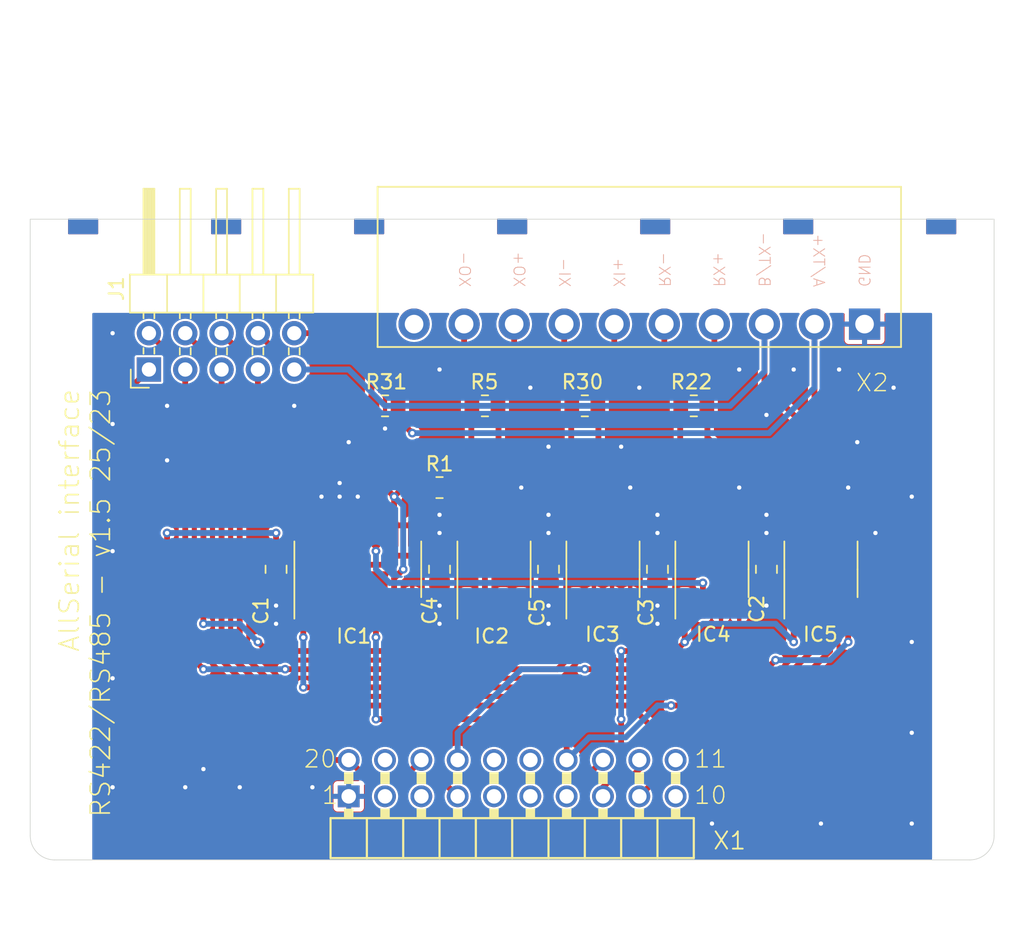
<source format=kicad_pcb>
(kicad_pcb (version 20240108) (generator "pcbnew") (generator_version "8.0")
  (layers (0 "F.Cu" signal "Top") (31 "B.Cu" signal "Bottom") (34 "B.Paste" user) (35 "F.Paste" user) (36 "B.SilkS" user "B.Silkscreen") (37 "F.SilkS" user "F.Silkscreen") (38 "B.Mask" user) (39 "F.Mask" user) (44 "Edge.Cuts" user))
  (net 0 "")
  (net 1 "GND")
  (net 2 "+5V")
  (net 3 "/TERMA")
  (net 4 "/TXD")
  (net 5 "/TERMB")
  (net 6 "/TXEN")
  (net 7 "/RXD")
  (net 8 "/RS422EN")
  (net 9 "/CTS")
  (net 10 "/CTS_DSR")
  (net 11 "/DSR")
  (net 12 "/DTR")
  (net 13 "/RTS_DTR")
  (net 14 "/RTS")
  (net 22 "Net-(IC5A-A)")
  (net 23 "Net-(IC4A-A)")
  (net 24 "Net-(IC4A-B)")
  (net 25 "Net-(IC3A-A)")
  (net 26 "Net-(IC3A-B)")
  (net 27 "Net-(IC2A-A)")
  (net 28 "Net-(IC2A-B)")
  (net 29 "Net-(IC5A-RE{slash})")
  (net 30 "Net-(IC1-Pad2)")
  (net 31 "Net-(IC4A-RE{slash})")
  (footprint "Resistor_SMD:R_0805_2012Metric" (layer "F.Cu") (at 153.5811 95.6536 180)
    (property "Reference" "R30" (at 0.1651 1.6736 0) (layer "F.SilkS"))
    (property "Value" "120")
    (pad "1" smd roundrect (at -0.9125 0 180) (size 1.025 1.4) (layers "F.Cu" "F.Paste" "F.Mask") (roundrect_rratio 0.243902) (net 25 "Net-(IC3A-A)"))
    (pad "2" smd roundrect (at 0.9125 0 180) (size 1.025 1.4) (layers "F.Cu" "F.Paste" "F.Mask") (roundrect_rratio 0.243902) (net 26 "Net-(IC3A-B)"))
  )
  (footprint "Resistor_SMD:R_0805_2012Metric" (layer "F.Cu") (at 139.6111 95.6536)
    (property "Reference" "R31" (at 0.0889 -1.6736 0) (layer "F.SilkS"))
    (property "Value" "120")
    (pad "1" smd roundrect (at -0.9125 0) (size 1.025 1.4) (layers "F.Cu" "F.Paste" "F.Mask") (roundrect_rratio 0.243902) (net 3 "/TERMA"))
    (pad "2" smd roundrect (at 0.9125 0) (size 1.025 1.4) (layers "F.Cu" "F.Paste" "F.Mask") (roundrect_rratio 0.243902) (net 22 "Net-(IC5A-A)"))
  )
  (footprint "Package_SO:SOIC-8_3.9x4.9mm_P1.27mm" (layer "F.Cu") (at 170.0911 107.0836 90)
    (property "Reference" "IC5" (at -4.5494 -0.0381 180) (layer "F.SilkS"))
    (property "Value" "MAX485CSA")
    (pad "1" smd roundrect (at -2.475 -1.905 90) (size 1.95 0.6) (layers "F.Cu" "F.Paste" "F.Mask") (net 7 "/RXD"))
    (pad "2" smd roundrect (at -2.475 -0.635 90) (size 1.95 0.6) (layers "F.Cu" "F.Paste" "F.Mask") (net 29 "Net-(IC5A-RE{slash})"))
    (pad "3" smd roundrect (at -2.475 0.635 90) (size 1.95 0.6) (layers "F.Cu" "F.Paste" "F.Mask") (net 6 "/TXEN"))
    (pad "4" smd roundrect (at -2.475 1.905 90) (size 1.95 0.6) (layers "F.Cu" "F.Paste" "F.Mask") (net 4 "/TXD"))
    (pad "5" smd roundrect (at 2.475 1.905 90) (size 1.95 0.6) (layers "F.Cu" "F.Paste" "F.Mask") (net 1 "GND"))
    (pad "6" smd roundrect (at 2.475 0.635 90) (size 1.95 0.6) (layers "F.Cu" "F.Paste" "F.Mask") (net 22 "Net-(IC5A-A)"))
    (pad "7" smd roundrect (at 2.475 -0.635 90) (size 1.95 0.6) (layers "F.Cu" "F.Paste" "F.Mask") (net 5 "/TERMB"))
    (pad "8" smd roundrect (at 2.475 -1.905 90) (size 1.95 0.6) (layers "F.Cu" "F.Paste" "F.Mask") (net 2 "+5V"))
  )
  (footprint "Resistor_SMD:R_0805_2012Metric" (layer "F.Cu") (at 161.2011 95.6536 180)
    (property "Reference" "R22" (at 0.1651 1.6736 0) (layer "F.SilkS"))
    (property "Value" "120")
    (pad "1" smd roundrect (at -0.9125 0 180) (size 1.025 1.4) (layers "F.Cu" "F.Paste" "F.Mask") (roundrect_rratio 0.243902) (net 23 "Net-(IC4A-A)"))
    (pad "2" smd roundrect (at 0.9125 0 180) (size 1.025 1.4) (layers "F.Cu" "F.Paste" "F.Mask") (roundrect_rratio 0.243902) (net 24 "Net-(IC4A-B)"))
  )
  (footprint "AllSerial:Metz_PT11310HBBN_182" (layer "F.Cu") (at 157.3911 89.9386 180)
    (property "Reference" "X2" (at -15.0749 -4.8034 0) (layer "F.SilkS") (effects (font (size 1.2065 1.2065) (thickness 0.09652)) (justify left bottom)))
    (property "Value" "AKL18X-10W")
    (pad "1" thru_hole rect (at -15.75 0 270) (size 2.1844 2.1844) (drill 1.3) (layers "*.Cu" "*.Mask") (net 1 "GND"))
    (pad "2" thru_hole circle (at -12.25 0 270) (size 2.1844 2.1844) (drill 1.3) (layers "*.Cu" "*.Mask") (net 22 "Net-(IC5A-A)"))
    (pad "3" thru_hole circle (at -8.75 0 270) (size 2.1844 2.1844) (drill 1.3) (layers "*.Cu" "*.Mask") (net 5 "/TERMB"))
    (pad "4" thru_hole circle (at -5.25 0 270) (size 2.1844 2.1844) (drill 1.3) (layers "*.Cu" "*.Mask") (net 23 "Net-(IC4A-A)"))
    (pad "5" thru_hole circle (at -1.75 0 270) (size 2.1844 2.1844) (drill 1.3) (layers "*.Cu" "*.Mask") (net 24 "Net-(IC4A-B)"))
    (pad "6" thru_hole circle (at 1.75 0 270) (size 2.1844 2.1844) (drill 1.3) (layers "*.Cu" "*.Mask") (net 25 "Net-(IC3A-A)"))
    (pad "7" thru_hole circle (at 5.25 0 270) (size 2.1844 2.1844) (drill 1.3) (layers "*.Cu" "*.Mask") (net 26 "Net-(IC3A-B)"))
    (pad "8" thru_hole circle (at 8.75 0 270) (size 2.1844 2.1844) (drill 1.3) (layers "*.Cu" "*.Mask") (net 27 "Net-(IC2A-A)"))
    (pad "9" thru_hole circle (at 12.25 0 270) (size 2.1844 2.1844) (drill 1.3) (layers "*.Cu" "*.Mask") (net 28 "Net-(IC2A-B)"))
    (pad "10" thru_hole circle (at 15.75 0 270) (size 2.1844 2.1844) (drill 1.3) (layers "*.Cu" "*.Mask"))
  )
  (footprint "Package_SO:SOIC-14_3.9x8.7mm_P1.27mm" (layer "F.Cu") (at 137.7061 107.0836 90)
    (property "Reference" "IC1" (at -4.6764 -0.2921 180) (layer "F.SilkS"))
    (property "Value" "7402D")
    (pad "1" smd roundrect (at -2.475 -3.81 90) (size 1.95 0.6) (layers "F.Cu" "F.Paste" "F.Mask") (net 29 "Net-(IC5A-RE{slash})"))
    (pad "2" smd roundrect (at -2.475 -2.54 90) (size 1.95 0.6) (layers "F.Cu" "F.Paste" "F.Mask") (net 30 "Net-(IC1-Pad2)"))
    (pad "3" smd roundrect (at -2.475 -1.27 90) (size 1.95 0.6) (layers "F.Cu" "F.Paste" "F.Mask") (net 30 "Net-(IC1-Pad2)"))
    (pad "4" smd roundrect (at -2.475 0 90) (size 1.95 0.6) (layers "F.Cu" "F.Paste" "F.Mask") (net 30 "Net-(IC1-Pad2)"))
    (pad "5" smd roundrect (at -2.475 1.27 90) (size 1.95 0.6) (layers "F.Cu" "F.Paste" "F.Mask") (net 6 "/TXEN"))
    (pad "6" smd roundrect (at -2.475 2.54 90) (size 1.95 0.6) (layers "F.Cu" "F.Paste" "F.Mask") (net 8 "/RS422EN"))
    (pad "7" smd roundrect (at -2.475 3.81 90) (size 1.95 0.6) (layers "F.Cu" "F.Paste" "F.Mask") (net 1 "GND"))
    (pad "8" smd roundrect (at 2.475 3.81 90) (size 1.95 0.6) (layers "F.Cu" "F.Paste" "F.Mask") (net 8 "/RS422EN"))
    (pad "9" smd roundrect (at 2.475 2.54 90) (size 1.95 0.6) (layers "F.Cu" "F.Paste" "F.Mask") (net 8 "/RS422EN"))
    (pad "10" smd roundrect (at 2.475 1.27 90) (size 1.95 0.6) (layers "F.Cu" "F.Paste" "F.Mask") (net 31 "Net-(IC4A-RE{slash})"))
    (pad "11" smd roundrect (at 2.475 0 90) (size 1.95 0.6) (layers "F.Cu" "F.Paste" "F.Mask") (net 1 "GND"))
    (pad "12" smd roundrect (at 2.475 -1.27 90) (size 1.95 0.6) (layers "F.Cu" "F.Paste" "F.Mask") (net 1 "GND"))
    (pad "13" smd roundrect (at 2.475 -2.54 90) (size 1.95 0.6) (layers "F.Cu" "F.Paste" "F.Mask"))
    (pad "14" smd roundrect (at 2.475 -3.81 90) (size 1.95 0.6) (layers "F.Cu" "F.Paste" "F.Mask") (net 2 "+5V"))
  )
  (footprint "Resistor_SMD:R_0805_2012Metric" (layer "F.Cu") (at 146.5961 95.6536 180)
    (property "Reference" "R5" (at 0.0381 1.6736 0) (layer "F.SilkS"))
    (property "Value" "120")
    (pad "1" smd roundrect (at -0.9125 0 180) (size 1.025 1.4) (layers "F.Cu" "F.Paste" "F.Mask") (roundrect_rratio 0.243902) (net 27 "Net-(IC2A-A)"))
    (pad "2" smd roundrect (at 0.9125 0 180) (size 1.025 1.4) (layers "F.Cu" "F.Paste" "F.Mask") (roundrect_rratio 0.243902) (net 28 "Net-(IC2A-B)"))
  )
  (footprint "Package_SO:SOIC-8_3.9x4.9mm_P1.27mm" (layer "F.Cu") (at 162.4711 107.0836 90)
    (property "Reference" "IC4" (at -4.5494 0.0889 180) (layer "F.SilkS"))
    (property "Value" "MAX485CSA")
    (pad "1" smd roundrect (at -2.475 -1.905 90) (size 1.95 0.6) (layers "F.Cu" "F.Paste" "F.Mask") (net 7 "/RXD"))
    (pad "2" smd roundrect (at -2.475 -0.635 90) (size 1.95 0.6) (layers "F.Cu" "F.Paste" "F.Mask") (net 31 "Net-(IC4A-RE{slash})"))
    (pad "3" smd roundrect (at -2.475 0.635 90) (size 1.95 0.6) (layers "F.Cu" "F.Paste" "F.Mask") (net 1 "GND"))
    (pad "4" smd roundrect (at -2.475 1.905 90) (size 1.95 0.6) (layers "F.Cu" "F.Paste" "F.Mask") (net 1 "GND"))
    (pad "5" smd roundrect (at 2.475 1.905 90) (size 1.95 0.6) (layers "F.Cu" "F.Paste" "F.Mask") (net 1 "GND"))
    (pad "6" smd roundrect (at 2.475 0.635 90) (size 1.95 0.6) (layers "F.Cu" "F.Paste" "F.Mask") (net 23 "Net-(IC4A-A)"))
    (pad "7" smd roundrect (at 2.475 -0.635 90) (size 1.95 0.6) (layers "F.Cu" "F.Paste" "F.Mask") (net 24 "Net-(IC4A-B)"))
    (pad "8" smd roundrect (at 2.475 -1.905 90) (size 1.95 0.6) (layers "F.Cu" "F.Paste" "F.Mask") (net 2 "+5V"))
  )
  (footprint "Connector_PinHeader_2.54mm:PinHeader_2x05_P2.54mm_Horizontal" (layer "F.Cu") (at 123.1011 93.1136 90)
    (property "Reference" "J1" (at 5.655 -2.27 90) (layer "F.SilkS"))
    (property "Value" "PinHeader_2x05_P2.54mm_Horizontal")
    (pad "1" thru_hole rect (at 0 0 90) (size 1.7 1.7) (drill 1) (layers "*.Cu" "*.Mask") (net 11 "/DSR"))
    (pad "2" thru_hole oval (at 2.54 0 90) (size 1.7 1.7) (drill 1) (layers "*.Cu" "*.Mask") (net 12 "/DTR"))
    (pad "3" thru_hole oval (at 0 2.54 90) (size 1.7 1.7) (drill 1) (layers "*.Cu" "*.Mask") (net 10 "/CTS_DSR"))
    (pad "4" thru_hole oval (at 2.54 2.54 90) (size 1.7 1.7) (drill 1) (layers "*.Cu" "*.Mask") (net 13 "/RTS_DTR"))
    (pad "5" thru_hole oval (at 0 5.08 90) (size 1.7 1.7) (drill 1) (layers "*.Cu" "*.Mask") (net 9 "/CTS"))
    (pad "6" thru_hole oval (at 2.54 5.08 90) (size 1.7 1.7) (drill 1) (layers "*.Cu" "*.Mask") (net 14 "/RTS"))
    (pad "7" thru_hole oval (at 0 7.62 90) (size 1.7 1.7) (drill 1) (layers "*.Cu" "*.Mask") (net 2 "+5V"))
    (pad "8" thru_hole oval (at 2.54 7.62 90) (size 1.7 1.7) (drill 1) (layers "*.Cu" "*.Mask") (net 8 "/RS422EN"))
    (pad "9" thru_hole oval (at 0 10.16 90) (size 1.7 1.7) (drill 1) (layers "*.Cu" "*.Mask") (net 5 "/TERMB"))
    (pad "10" thru_hole oval (at 2.54 10.16 90) (size 1.7 1.7) (drill 1) (layers "*.Cu" "*.Mask") (net 3 "/TERMA"))
  )
  (footprint "Capacitor_SMD:C_0805_2012Metric" (layer "F.Cu") (at 166.2811 107.0836 -90)
    (property "Reference" "C2" (at 2.7714 0.6731 90) (layer "F.SilkS"))
    (property "Value" "100n")
    (pad "1" smd roundrect (at -0.95 0 270) (size 1 1.45) (layers "F.Cu" "F.Paste" "F.Mask") (net 2 "+5V"))
    (pad "2" smd roundrect (at 0.95 0 270) (size 1 1.45) (layers "F.Cu" "F.Paste" "F.Mask") (net 1 "GND"))
  )
  (footprint "Capacitor_SMD:C_0805_2012Metric" (layer "F.Cu") (at 158.6611 107.0836 -90)
    (property "Reference" "C3" (at 3.0254 0.8001 90) (layer "F.SilkS"))
    (property "Value" "100n")
    (pad "1" smd roundrect (at -0.95 0 270) (size 1 1.45) (layers "F.Cu" "F.Paste" "F.Mask") (net 2 "+5V"))
    (pad "2" smd roundrect (at 0.95 0 270) (size 1 1.45) (layers "F.Cu" "F.Paste" "F.Mask") (net 1 "GND"))
  )
  (footprint "Capacitor_SMD:C_0805_2012Metric" (layer "F.Cu") (at 143.4211 107.0836 -90)
    (property "Reference" "C4" (at 2.8984 0.6731 90) (layer "F.SilkS"))
    (property "Value" "100n")
    (pad "1" smd roundrect (at -0.95 0 270) (size 1 1.45) (layers "F.Cu" "F.Paste" "F.Mask") (net 2 "+5V"))
    (pad "2" smd roundrect (at 0.95 0 270) (size 1 1.45) (layers "F.Cu" "F.Paste" "F.Mask") (net 1 "GND"))
  )
  (footprint "Resistor_SMD:R_0805_2012Metric" (layer "F.Cu") (at 143.4211 101.3686)
    (property "Reference" "R1" (at 0 -1.65 0) (layer "F.SilkS"))
    (property "Value" "4k7")
    (pad "1" smd roundrect (at -0.9125 0) (size 1.025 1.4) (layers "F.Cu" "F.Paste" "F.Mask") (roundrect_rratio 0.243902) (net 8 "/RS422EN"))
    (pad "2" smd roundrect (at 0.9125 0) (size 1.025 1.4) (layers "F.Cu" "F.Paste" "F.Mask") (roundrect_rratio 0.243902) (net 1 "GND"))
  )
  (footprint "AllSerial:SlaveBoard" (layer "F.Cu") (at 148.5011 127.4036)
    (property "Reference" "X1" (at 13.97 -0.635 0) (layer "F.SilkS") (effects (font (size 1.2065 1.2065) (thickness 0.127)) (justify left bottom)))
    (property "Value" "ALLSERIALSLAVE" (hide yes))
    (fp_rect (start -31 -44.8) (end -29 -43.8) (stroke (width 0.1)) (fill solid) (layer "F.Cu"))
    (fp_rect (start -21 -44.8) (end -19 -43.8) (stroke (width 0.1)) (fill solid) (layer "F.Cu"))
    (fp_rect (start -11 -44.8) (end -9 -43.8) (stroke (width 0.1)) (fill solid) (layer "F.Cu"))
    (fp_rect (start -1 -44.8) (end 1 -43.8) (stroke (width 0.1)) (fill solid) (layer "F.Cu"))
    (fp_rect (start 9 -44.8) (end 11 -43.8) (stroke (width 0.1)) (fill solid) (layer "F.Cu"))
    (fp_rect (start 19 -44.8) (end 21 -43.8) (stroke (width 0.1)) (fill solid) (layer "F.Cu"))
    (fp_rect (start 29 -44.8) (end 31 -43.8) (stroke (width 0.1)) (fill solid) (layer "F.Cu"))
    (fp_rect (start -31 -44.8) (end -29 -43.8) (stroke (width 0.1)) (fill solid) (layer "B.Cu"))
    (fp_rect (start -21 -44.8) (end -19 -43.8) (stroke (width 0.1)) (fill solid) (layer "B.Cu"))
    (fp_rect (start -11 -44.8) (end -9 -43.8) (stroke (width 0.1)) (fill solid) (layer "B.Cu"))
    (fp_rect (start -1 -44.8) (end 1 -43.8) (stroke (width 0.1)) (fill solid) (layer "B.Cu"))
    (fp_rect (start 9 -44.8) (end 11 -43.8) (stroke (width 0.1)) (fill solid) (layer "B.Cu"))
    (fp_rect (start 19 -44.8) (end 21 -43.8) (stroke (width 0.1)) (fill solid) (layer "B.Cu"))
    (fp_rect (start 29 -44.8) (end 31 -43.8) (stroke (width 0.1)) (fill solid) (layer "B.Cu"))
    (fp_line (start -33.7 -44.8) (end 33.7 -44.8) (stroke (width 0.05)) (layer "Edge.Cuts"))
    (fp_line (start -33.7 -1.7) (end -33.7 -44.8) (stroke (width 0.05)) (layer "Edge.Cuts"))
    (fp_line (start 32 0) (end -32 0) (stroke (width 0.05)) (layer "Edge.Cuts"))
    (fp_line (start 33.7 -44.8) (end 33.7 -1.7) (stroke (width 0.05)) (layer "Edge.Cuts"))
    (fp_arc (start -32 0) (mid -33.202082 -0.497918) (end -33.7 -1.7) (stroke (width 0.05)) (layer "Edge.Cuts"))
    (fp_arc (start 33.7 -1.7) (mid 33.202082 -0.497918) (end 32 0) (stroke (width 0.05)) (layer "Edge.Cuts"))
    (fp_text user "1" (at -13.38 -3.81 0) (layer "F.SilkS") (effects (font (size 1.2065 1.2065) (thickness 0.1016)) (justify left bottom)))
    (fp_text user "10" (at 12.655 -3.81 0) (layer "F.SilkS") (effects (font (size 1.2065 1.2065) (thickness 0.1016)) (justify left bottom)))
    (fp_text user "11" (at 12.655 -6.35 0) (layer "F.SilkS") (effects (font (size 1.2065 1.2065) (thickness 0.1016)) (justify left bottom)))
    (fp_text user "20" (at -14.65 -6.35 0) (layer "F.SilkS") (effects (font (size 1.2065 1.2065) (thickness 0.1016)) (justify left bottom)))
    (pad "1" thru_hole rect (at -11.43 -4.445 180) (size 1.524 1.524) (drill 1.016) (layers "*.Cu" "*.Mask") (net 1 "GND"))
    (pad "2" thru_hole circle (at -8.89 -4.445 180) (size 1.524 1.524) (drill 1.016) (layers "*.Cu" "*.Mask"))
    (pad "3" thru_hole circle (at -6.35 -4.445 180) (size 1.524 1.524) (drill 1.016) (layers "*.Cu" "*.Mask"))
    (pad "4" thru_hole circle (at -3.81 -4.445 180) (size 1.524 1.524) (drill 1.016) (layers "*.Cu" "*.Mask") (net 9 "/CTS"))
    (pad "5" thru_hole circle (at -1.27 -4.445 180) (size 1.524 1.524) (drill 1.016) (layers "*.Cu" "*.Mask"))
    (pad "6" thru_hole circle (at 1.27 -4.445 180) (size 1.524 1.524) (drill 1.016) (layers "*.Cu" "*.Mask"))
    (pad "7" thru_hole circle (at 3.81 -4.445 180) (size 1.524 1.524) (drill 1.016) (layers "*.Cu" "*.Mask"))
    (pad "8" thru_hole circle (at 6.35 -4.445 180) (size 1.524 1.524) (drill 1.016) (layers "*.Cu" "*.Mask") (net 7 "/RXD"))
    (pad "9" thru_hole circle (at 8.89 -4.445 180) (size 1.524 1.524) (drill 1.016) (layers "*.Cu" "*.Mask") (net 14 "/RTS"))
    (pad "10" thru_hole circle (at 11.43 -4.445 180) (size 1.524 1.524) (drill 1.016) (layers "*.Cu" "*.Mask"))
    (pad "11" thru_hole circle (at 11.43 -6.985 180) (size 1.524 1.524) (drill 1.016) (layers "*.Cu" "*.Mask"))
    (pad "12" thru_hole circle (at 8.89 -6.985 180) (size 1.524 1.524) (drill 1.016) (layers "*.Cu" "*.Mask") (net 11 "/DSR"))
    (pad "13" thru_hole circle (at 6.35 -6.985 180) (size 1.524 1.524) (drill 1.016) (layers "*.Cu" "*.Mask") (net 12 "/DTR"))
    (pad "14" thru_hole circle (at 3.81 -6.985 180) (size 1.524 1.524) (drill 1.016) (layers "*.Cu" "*.Mask") (net 6 "/TXEN"))
    (pad "15" thru_hole circle (at 1.27 -6.985 180) (size 1.524 1.524) (drill 1.016) (layers "*.Cu" "*.Mask"))
    (pad "16" thru_hole circle (at -1.27 -6.985 180) (size 1.524 1.524) (drill 1.016) (layers "*.Cu" "*.Mask"))
    (pad "17" thru_hole circle (at -3.81 -6.985 180) (size 1.524 1.524) (drill 1.016) (layers "*.Cu" "*.Mask") (net 4 "/TXD"))
    (pad "18" thru_hole circle (at -6.35 -6.985 180) (size 1.524 1.524) (drill 1.016) (layers "*.Cu" "*.Mask") (net 2 "+5V"))
    (pad "19" thru_hole circle (at -8.89 -6.985 180) (size 1.524 1.524) (drill 1.016) (layers "*.Cu" "*.Mask"))
    (pad "20" thru_hole circle (at -11.43 -6.985 180) (size 1.524 1.524) (drill 1.016) (layers "*.Cu" "*.Mask") (net 2 "+5V"))
  )
  (footprint "Package_SO:SOIC-8_3.9x4.9mm_P1.27mm" (layer "F.Cu") (at 154.8511 107.0836 90)
    (property "Reference" "IC3" (at -4.5494 -0.0381 180) (layer "F.SilkS"))
    (property "Value" "MAX485CSA")
    (pad "1" smd roundrect (at -2.475 -1.905 90) (size 1.95 0.6) (layers "F.Cu" "F.Paste" "F.Mask") (net 10 "/CTS_DSR"))
    (pad "2" smd roundrect (at -2.475 -0.635 90) (size 1.95 0.6) (layers "F.Cu" "F.Paste" "F.Mask") (net 1 "GND"))
    (pad "3" smd roundrect (at -2.475 0.635 90) (size 1.95 0.6) (layers "F.Cu" "F.Paste" "F.Mask") (net 1 "GND"))
    (pad "4" smd roundrect (at -2.475 1.905 90) (size 1.95 0.6) (layers "F.Cu" "F.Paste" "F.Mask") (net 1 "GND"))
    (pad "5" smd roundrect (at 2.475 1.905 90) (size 1.95 0.6) (layers "F.Cu" "F.Paste" "F.Mask") (net 1 "GND"))
    (pad "6" smd roundrect (at 2.475 0.635 90) (size 1.95 0.6) (layers "F.Cu" "F.Paste" "F.Mask") (net 25 "Net-(IC3A-A)"))
    (pad "7" smd roundrect (at 2.475 -0.635 90) (size 1.95 0.6) (layers "F.Cu" "F.Paste" "F.Mask") (net 26 "Net-(IC3A-B)"))
    (pad "8" smd roundrect (at 2.475 -1.905 90) (size 1.95 0.6) (layers "F.Cu" "F.Paste" "F.Mask") (net 2 "+5V"))
  )
  (footprint "Package_SO:SOIC-8_3.9x4.9mm_P1.27mm" (layer "F.Cu") (at 147.2311 107.0836 90)
    (property "Reference" "IC2" (at -4.6764 -0.1651 180) (layer "F.SilkS"))
    (property "Value" "MAX485CSA")
    (pad "1" smd roundrect (at -2.475 -1.905 90) (size 1.95 0.6) (layers "F.Cu" "F.Paste" "F.Mask"))
    (pad "2" smd roundrect (at -2.475 -0.635 90) (size 1.95 0.6) (layers "F.Cu" "F.Paste" "F.Mask") (net 2 "+5V"))
    (pad "3" smd roundrect (at -2.475 0.635 90) (size 1.95 0.6) (layers "F.Cu" "F.Paste" "F.Mask") (net 2 "+5V"))
    (pad "4" smd roundrect (at -2.475 1.905 90) (size 1.95 0.6) (layers "F.Cu" "F.Paste" "F.Mask") (net 13 "/RTS_DTR"))
    (pad "5" smd roundrect (at 2.475 1.905 90) (size 1.95 0.6) (layers "F.Cu" "F.Paste" "F.Mask") (net 1 "GND"))
    (pad "6" smd roundrect (at 2.475 0.635 90) (size 1.95 0.6) (layers "F.Cu" "F.Paste" "F.Mask") (net 27 "Net-(IC2A-A)"))
    (pad "7" smd roundrect (at 2.475 -0.635 90) (size 1.95 0.6) (layers "F.Cu" "F.Paste" "F.Mask") (net 28 "Net-(IC2A-B)"))
    (pad "8" smd roundrect (at 2.475 -1.905 90) (size 1.95 0.6) (layers "F.Cu" "F.Paste" "F.Mask") (net 2 "+5V"))
  )
  (footprint "Capacitor_SMD:C_0805_2012Metric" (layer "F.Cu") (at 151.0411 107.0836 -90)
    (property "Reference" "C5" (at 3.0254 0.8001 90) (layer "F.SilkS"))
    (property "Value" "100n")
    (pad "1" smd roundrect (at -0.95 0 270) (size 1 1.45) (layers "F.Cu" "F.Paste" "F.Mask") (net 2 "+5V"))
    (pad "2" smd roundrect (at 0.95 0 270) (size 1 1.45) (layers "F.Cu" "F.Paste" "F.Mask") (net 1 "GND"))
  )
  (footprint "Capacitor_SMD:C_0805_2012Metric" (layer "F.Cu") (at 131.9911 107.0836 -90)
    (property "Reference" "C1" (at 2.8984 1.0541 90) (layer "F.SilkS"))
    (property "Value" "100n")
    (pad "1" smd roundrect (at -0.95 0 270) (size 1 1.45) (layers "F.Cu" "F.Paste" "F.Mask") (net 2 "+5V"))
    (pad "2" smd roundrect (at 0.95 0 270) (size 1 1.45) (layers "F.Cu" "F.Paste" "F.Mask") (net 1 "GND"))
  )
  (gr_text "RX-" (at 159.1411 87.3986 -90) (layer "B.SilkS") (effects (font (size 0.77216 0.77216) (thickness 0.065024)) (justify left mirror)))
  (gr_text "XI-" (at 152.1561 87.3986 -90) (layer "B.SilkS") (effects (font (size 0.77216 0.77216) (thickness 0.065024)) (justify left mirror)))
  (gr_text "A/TX+" (at 169.9361 87.3986 -90) (layer "B.SilkS") (effects (font (size 0.77216 0.77216) (thickness 0.065024)) (justify left mirror)))
  (gr_text "XO+" (at 148.9811 87.3986 -90) (layer "B.SilkS") (effects (font (size 0.77216 0.77216) (thickness 0.065024)) (justify left mirror)))
  (gr_text "B/TX-" (at 166.1261 87.3986 -90) (layer "B.SilkS") (effects (font (size 0.77216 0.77216) (thickness 0.065024)) (justify left mirror)))
  (gr_text "RX+" (at 162.9511 87.3986 -90) (layer "B.SilkS") (effects (font (size 0.77216 0.77216) (thickness 0.065024)) (justify left mirror)))
  (gr_text "XO-" (at 145.1711 87.3986 -90) (layer "B.SilkS") (effects (font (size 0.77216 0.77216) (thickness 0.065024)) (justify left mirror)))
  (gr_text "GND" (at 173.1111 87.3986 -90) (layer "B.SilkS") (effects (font (size 0.77216 0.77216) (thickness 0.065024)) (justify left mirror)))
  (gr_text "XI+" (at 155.9661 87.3986 -90) (layer "B.SilkS") (effects (font (size 0.77216 0.77216) (thickness 0.065024)) (justify left mirror)))
  (gr_text "AllSerial interface\nRS422/RS485 - v1.5 25/23" (at 116.7511 94.3836 90) (layer "F.SilkS") (effects (font (size 1.35128 1.35128) (thickness 0.113792)) (justify right top)))
  (via (at 126.9111 121.0536) (size 0.6048) (drill 0.3) (layers "F.Cu" "B.Cu") (net 1))
  (via (at 120.5611 90.5736) (size 0.6048) (drill 0.3) (layers "F.Cu" "B.Cu") (net 1))
  (via (at 139.6111 97.2411) (size 0.6048) (drill 0.3) (layers "F.Cu" "B.Cu") (net 1))
  (via (at 149.7711 94.3836) (size 0.6048) (drill 0.3) (layers "F.Cu" "B.Cu") (net 1))
  (via (at 151.0411 98.5111) (size 0.6048) (drill 0.3) (layers "F.Cu" "B.Cu") (net 1))
  (via (at 134.5311 122.3236) (size 0.6048) (drill 0.3) (layers "F.Cu" "B.Cu") (net 1))
  (via (at 133.2611 95.6536) (size 0.6048) (drill 0.3) (layers "F.Cu" "B.Cu") (net 1))
  (via (at 137.0711 98.1936) (size 0.6048) (drill 0.3) (layers "F.Cu" "B.Cu") (net 1))
  (via (at 157.3911 94.3836) (size 0.6048) (drill 0.3) (layers "F.Cu" "B.Cu") (net 1))
  (via (at 124.3711 99.4636) (size 0.6048) (drill 0.3) (layers "F.Cu" "B.Cu") (net 1))
  (via (at 120.5611 96.9236) (size 0.6048) (drill 0.3) (layers "F.Cu" "B.Cu") (net 1))
  (via (at 156.1211 98.5111) (size 0.6048) (drill 0.3) (layers "F.Cu" "B.Cu") (net 1))
  (via (at 164.3761 93.1136) (size 0.6048) (drill 0.3) (layers "F.Cu" "B.Cu") (net 1))
  (via (at 166.2811 96.2886) (size 0.6048) (drill 0.3) (layers "F.Cu" "B.Cu") (net 1))
  (via (at 168.1861 93.1136) (size 0.6048) (drill 0.3) (layers "F.Cu" "B.Cu") (net 1))
  (via (at 120.5611 114.7036) (size 0.6048) (drill 0.3) (layers "F.Cu" "B.Cu") (net 1))
  (via (at 171.3611 93.1136) (size 0.6048) (drill 0.3) (layers "F.Cu" "B.Cu") (net 1))
  (via (at 175.1711 94.3836) (size 0.6048) (drill 0.3) (layers "F.Cu" "B.Cu") (net 1))
  (via (at 172.6311 98.1936) (size 0.6048) (drill 0.3) (layers "F.Cu" "B.Cu") (net 1))
  (via (at 176.4411 102.0036) (size 0.6048) (drill 0.3) (layers "F.Cu" "B.Cu") (net 1))
  (via (at 176.4411 112.1636) (size 0.6048) (drill 0.3) (layers "F.Cu" "B.Cu") (net 1))
  (via (at 125.6411 122.3236) (size 0.6048) (drill 0.3) (layers "F.Cu" "B.Cu") (net 1))
  (via (at 143.4211 93.1136) (size 0.6048) (drill 0.3) (layers "F.Cu" "B.Cu") (net 1))
  (via (at 129.4511 122.3236) (size 0.6048) (drill 0.3) (layers "F.Cu" "B.Cu") (net 1))
  (via (at 120.5611 122.3236) (size 0.6048) (drill 0.3) (layers "F.Cu" "B.Cu") (net 1))
  (via (at 120.5611 105.8136) (size 0.6048) (drill 0.3) (layers "F.Cu" "B.Cu") (net 1))
  (via (at 124.3711 95.6536) (size 0.6048) (drill 0.3) (layers "F.Cu" "B.Cu") (net 1))
  (via (at 158.6611 109.6236) (size 0.6048) (drill 0.3) (layers "F.Cu" "B.Cu") (net 1))
  (via (at 149.1361 101.3686) (size 0.6048) (drill 0.3) (layers "F.Cu" "B.Cu") (net 1))
  (via (at 158.6611 104.5436) (size 0.6048) (drill 0.3) (layers "F.Cu" "B.Cu") (net 1))
  (via (at 171.9961 101.3686) (size 0.6048) (drill 0.3) (layers "F.Cu" "B.Cu") (net 1))
  (via (at 162.4711 124.8636) (size 0.6048) (drill 0.3) (layers "F.Cu" "B.Cu") (net 1))
  (via (at 143.4211 104.5436) (size 0.6048) (drill 0.3) (layers "F.Cu" "B.Cu") (net 1))
  (via (at 151.0411 104.5436) (size 0.6048) (drill 0.3) (layers "F.Cu" "B.Cu") (net 1))
  (via (at 151.0411 103.2736) (size 0.6048) (drill 0.3) (layers "F.Cu" "B.Cu") (net 1))
  (via (at 151.0411 110.8936) (size 0.6048) (drill 0.3) (layers "F.Cu" "B.Cu") (net 1))
  (via (at 173.9011 104.5436) (size 0.6048) (drill 0.3) (layers "F.Cu" "B.Cu") (net 1))
  (via (at 170.0911 124.8636) (size 0.6048) (drill 0.3) (layers "F.Cu" "B.Cu") (net 1))
  (via (at 158.6611 110.8936) (size 0.6048) (drill 0.3) (layers "F.Cu" "B.Cu") (net 1))
  (via (at 143.4211 103.2736) (size 0.6048) (drill 0.3) (layers "F.Cu" "B.Cu") (net 1))
  (via (at 158.6611 103.2736) (size 0.6048) (drill 0.3) (layers "F.Cu" "B.Cu") (net 1))
  (via (at 136.4361 102.0036) (size 0.6048) (drill 0.3) (layers "F.Cu" "B.Cu") (net 1))
  (via (at 131.9911 110.8936) (size 0.6048) (drill 0.3) (layers "F.Cu" "B.Cu") (net 1))
  (via (at 143.4211 109.6236) (size 0.6048) (drill 0.3) (layers "F.Cu" "B.Cu") (net 1))
  (via (at 166.2811 104.5436) (size 0.6048) (drill 0.3) (layers "F.Cu" "B.Cu") (net 1))
  (via (at 166.2811 103.2736) (size 0.6048) (drill 0.3) (layers "F.Cu" "B.Cu") (net 1))
  (via (at 164.3761 101.3686) (size 0.6048) (drill 0.3) (layers "F.Cu" "B.Cu") (net 1))
  (via (at 136.4361 101.0511) (size 0.6048) (drill 0.3) (layers "F.Cu" "B.Cu") (net 1))
  (via (at 143.4211 110.8936) (size 0.6048) (drill 0.3) (layers "F.Cu" "B.Cu") (net 1))
  (via (at 176.4411 118.5136) (size 0.6048) (drill 0.3) (layers "F.Cu" "B.Cu") (net 1))
  (via (at 135.1661 102.0036) (size 0.6048) (drill 0.3) (layers "F.Cu" "B.Cu") (net 1))
  (via (at 131.9911 109.6236) (size 0.6048) (drill 0.3) (layers "F.Cu" "B.Cu") (net 1))
  (via (at 151.0411 109.6236) (size 0.6048) (drill 0.3) (layers "F.Cu" "B.Cu") (net 1))
  (via (at 166.2811 109.6236) (size 0.6048) (drill 0.3) (layers "F.Cu" "B.Cu") (net 1))
  (via (at 156.7561 101.3686) (size 0.6048) (drill 0.3) (layers "F.Cu" "B.Cu") (net 1))
  (via (at 176.4411 124.8636) (size 0.6048) (drill 0.3) (layers "F.Cu" "B.Cu") (net 1))
  (via (at 137.7061 102.0036) (size 0.6048) (drill 0.3) (layers "F.Cu" "B.Cu") (net 1))
  (segment (start 158.6636 106.1311) (end 158.6611 106.1336) (width 0.4064) (layer "F.Cu") (net 2))
  (segment (start 166.2836 106.1311) (end 166.2811 106.1336) (width 0.4064) (layer "F.Cu") (net 2))
  (segment (start 133.8961 104.0102) (end 133.8961 102.6386) (width 0.4064) (layer "F.Cu") (net 2))
  (segment (start 137.0711 120.4186) (end 131.3561 120.4186) (width 0.4064) (layer "F.Cu") (net 2))
  (segment (start 159.9311 106.1311) (end 158.6636 106.1311) (width 0.4064) (layer "F.Cu") (net 2))
  (segment (start 146.5961 110.157) (end 147.8661 110.157) (width 0.4064) (layer "F.Cu") (net 2))
  (segment (start 133.8961 102.6386) (end 130.7211 99.4636) (width 0.4064) (layer "F.Cu") (net 2))
  (segment (start 166.2811 106.1336) (end 161.2036 106.1336) (width 0.4064) (layer "F.Cu") (net 2))
  (segment (start 131.9911 104.5436) (end 131.9911 106.1336) (width 0.4064) (layer "F.Cu") (net 2))
  (segment (start 168.1861 104.0102) (end 168.1861 105.4961) (width 0.4064) (layer "F.Cu") (net 2))
  (segment (start 167.5511 106.1311) (end 166.2836 106.1311) (width 0.4064) (layer "F.Cu") (net 2))
  (segment (start 124.3711 104.5436) (end 124.3711 113.4336) (width 0.4064) (layer "F.Cu") (net 2))
  (segment (start 131.9936 106.1311) (end 131.9911 106.1336) (width 0.4064) (layer "F.Cu") (net 2))
  (segment (start 161.2036 106.1336) (end 160.5661 105.4961) (width 0.4064) (layer "F.Cu") (net 2))
  (segment (start 133.2611 106.1311) (end 131.9936 106.1311) (width 0.4064) (layer "F.Cu") (net 2))
  (segment (start 146.5961 106.7661) (end 145.9636 106.1336) (width 0.4064) (layer "F.Cu") (net 2))
  (segment (start 151.0411 106.1336) (end 152.3086 106.1336) (width 0.4064) (layer "F.Cu") (net 2))
  (segment (start 124.3711 113.4336) (end 131.3561 120.4186) (width 0.4064) (layer "F.Cu") (net 2))
  (segment (start 168.1861 105.4961) (end 167.5511 106.1311) (width 0.4064) (layer "F.Cu") (net 2))
  (segment (start 146.5961 110.157) (end 146.5961 106.7661) (width 0.4064) (layer "F.Cu") (net 2))
  (segment (start 140.8811 121.6886) (end 138.3411 121.6886) (width 0.4064) (layer "F.Cu") (net 2))
  (segment (start 138.3411 121.6886) (end 137.0711 120.4186) (width 0.4064) (layer "F.Cu") (net 2))
  (segment (start 142.1511 120.4186) (end 140.8811 121.6886) (width 0.4064) (layer "F.Cu") (net 2))
  (segment (start 130.7211 93.1136) (end 130.7211 99.4636) (width 0.4064) (layer "F.Cu") (net 2))
  (segment (start 145.3261 105.4961) (end 145.3261 104.0102) (width 0.4064) (layer "F.Cu") (net 2))
  (segment (start 152.9461 104.0102) (end 152.9461 105.4961) (width 0.4064) (layer "F.Cu") (net 2))
  (segment (start 152.9461 105.4961) (end 152.3086 106.1336) (width 0.4064) (layer "F.Cu") (net 2))
  (segment (start 144.6886 106.1336) (end 145.3261 105.4961) (width 0.4064) (layer "F.Cu") (net 2))
  (segment (start 133.8961 104.0102) (end 133.8961 105.4961) (width 0.4064) (layer "F.Cu") (net 2))
  (segment (start 133.8961 105.4961) (end 133.2611 106.1311) (width 0.4064) (layer "F.Cu") (net 2))
  (segment (start 143.4211 106.1336) (end 144.6886 106.1336) (width 0.4064) (layer "F.Cu") (net 2))
  (segment (start 138.3411 106.7661) (end 137.7061 106.1311) (width 0.4064) (layer "F.Cu") (net 2))
  (segment (start 134.5311 106.1311) (end 133.8961 105.4961) (width 0.4064) (layer "F.Cu") (net 2))
  (segment (start 151.0411 106.1336) (end 145.9636 106.1336) (width 0.4064) (layer "F.Cu") (net 2))
  (segment (start 145.9636 106.1336) (end 145.3261 105.4961) (width 0.4064) (layer "F.Cu") (net 2))
  (segment (start 158.6611 106.1336) (end 153.5836 106.1336) (width 0.4064) (layer "F.Cu") (net 2))
  (segment (start 160.5661 105.4961) (end 159.9311 106.1311) (width 0.4064) (layer "F.Cu") (net 2))
  (segment (start 160.5661 104.0102) (end 160.5661 105.4961) (width 0.4064) (layer "F.Cu") (net 2))
  (segment (start 143.4211 106.1336) (end 140.2436 106.1336) (width 0.4064) (layer "F.Cu") (net 2))
  (segment (start 153.5836 106.1336) (end 152.9461 105.4961) (width 0.4064) (layer "F.Cu") (net 2))
  (segment (start 140.2436 106.1336) (end 139.6111 106.7661) (width 0.4064) (layer "F.Cu") (net 2))
  (segment (start 137.7061 106.1311) (end 134.5311 106.1311) (width 0.4064) (layer "F.Cu") (net 2))
  (segment (start 139.6111 106.7661) (end 138.3411 106.7661) (width 0.4064) (layer "F.Cu") (net 2))
  (via (at 131.9911 104.5436) (size 0.6048) (drill 0.3) (layers "F.Cu" "B.Cu") (net 2))
  (via (at 124.3711 104.5436) (size 0.6048) (drill 0.3) (layers "F.Cu" "B.Cu") (net 2))
  (segment (start 131.9911 104.5436) (end 124.3711 104.5436) (width 0.4064) (layer "B.Cu") (net 2))
  (segment (start 133.2611 90.5736) (end 135.8011 90.5736) (width 0.4064) (layer "F.Cu") (net 3))
  (segment (start 135.8011 90.5736) (end 138.6611 93.4336) (width 0.4064) (layer "F.Cu") (net 3))
  (segment (start 138.6611 95.6536) (end 138.6611 93.4336) (width 0.4064) (layer "F.Cu") (net 3))
  (segment (start 166.9161 113.4336) (end 166.2811 114.0686) (width 0.4064) (layer "F.Cu") (net 4))
  (segment (start 166.2811 114.0686) (end 153.5811 114.0686) (width 0.4064) (layer "F.Cu") (net 4))
  (segment (start 171.9961 110.157) (end 171.9961 112.1636) (width 0.4064) (layer "F.Cu") (net 4))
  (via (at 153.5811 114.0686) (size 0.6048) (drill 0.3) (layers "F.Cu" "B.Cu") (net 4))
  (via (at 171.9961 112.1636) (size 0.6048) (drill 0.3) (layers "F.Cu" "B.Cu") (net 4))
  (via (at 166.9161 113.4336) (size 0.6048) (drill 0.3) (layers "F.Cu" "B.Cu") (net 4))
  (segment (start 153.5811 114.0686) (end 149.1361 114.0686) (width 0.4064) (layer "B.Cu") (net 4))
  (segment (start 149.1361 114.0686) (end 144.6911 118.5136) (width 0.4064) (layer "B.Cu") (net 4))
  (segment (start 144.6911 118.5136) (end 144.6911 120.4186) (width 0.4064) (layer "B.Cu") (net 4))
  (segment (start 170.7261 113.4336) (end 166.9161 113.4336) (width 0.4064) (layer "B.Cu") (net 4))
  (segment (start 171.9961 112.1636) (end 170.7261 113.4336) (width 0.4064) (layer "B.Cu") (net 4))
  (segment (start 166.1411 94.2436) (end 169.4561 97.5586) (width 0.4064) (layer "F.Cu") (net 5))
  (segment (start 169.4561 104.0102) (end 169.4561 97.5586) (width 0.4064) (layer "F.Cu") (net 5))
  (segment (start 166.1411 89.9386) (end 166.1411 94.2436) (width 0.4064) (layer "F.Cu") (net 5))
  (segment (start 166.1411 93.2536) (end 166.1411 89.9386) (width 0.4064) (layer "B.Cu") (net 5))
  (segment (start 163.7411 95.6536) (end 166.1411 93.2536) (width 0.4064) (layer "B.Cu") (net 5))
  (segment (start 137.0711 93.1136) (end 139.6111 95.6536) (width 0.4064) (layer "B.Cu") (net 5))
  (segment (start 133.2611 93.1136) (end 137.0711 93.1136) (width 0.4064) (layer "B.Cu") (net 5))
  (segment (start 139.6111 95.6536) (end 163.7411 95.6536) (width 0.4064) (layer "B.Cu") (net 5))
  (segment (start 152.3111 118.5136) (end 152.3111 120.4186) (width 0.4064) (layer "F.Cu") (net 6))
  (segment (start 166.9161 116.6086) (end 159.6136 116.6086) (width 0.4064) (layer "F.Cu") (net 6))
  (segment (start 170.7261 110.157) (end 170.7261 112.7986) (width 0.4064) (layer "F.Cu") (net 6))
  (segment (start 170.7261 112.7986) (end 166.9161 116.6086) (width 0.4064) (layer "F.Cu") (net 6))
  (segment (start 138.9761 117.5611) (end 151.3586 117.5611) (width 0.4064) (layer "F.Cu") (net 6))
  (segment (start 138.9761 110.157) (end 138.9761 111.8461) (width 0.4064) (layer "F.Cu") (net 6))
  (segment (start 151.3586 117.5611) (end 152.3111 118.5136) (width 0.4064) (layer "F.Cu") (net 6))
  (via (at 138.9761 111.8461) (size 0.6048) (drill 0.3) (layers "F.Cu" "B.Cu") (net 6))
  (via (at 138.9761 117.5611) (size 0.6048) (drill 0.3) (layers "F.Cu" "B.Cu") (net 6))
  (via (at 159.6136 116.6086) (size 0.6048) (drill 0.3) (layers "F.Cu" "B.Cu") (net 6))
  (segment (start 159.6136 116.6086) (end 158.6611 116.6086) (width 0.4064) (layer "B.Cu") (net 6))
  (segment (start 138.9761 111.8461) (end 138.9761 117.5611) (width 0.4064) (layer "B.Cu") (net 6))
  (segment (start 158.6611 116.6086) (end 156.4386 118.8311) (width 0.4064) (layer "B.Cu") (net 6))
  (segment (start 156.4386 118.8311) (end 153.8986 118.8311) (width 0.4064) (layer "B.Cu") (net 6))
  (segment (start 153.8986 118.8311) (end 152.3111 120.4186) (width 0.4064) (layer "B.Cu") (net 6))
  (segment (start 168.1861 110.157) (end 168.1861 112.1636) (width 0.4064) (layer "F.Cu") (net 7))
  (segment (start 154.8511 122.3236) (end 156.1211 121.0536) (width 0.4064) (layer "F.Cu") (net 7))
  (segment (start 156.1211 121.0536) (end 156.1211 117.5611) (width 0.4064) (layer "F.Cu") (net 7))
  (segment (start 160.5661 112.1636) (end 159.9311 112.7986) (width 0.4064) (layer "F.Cu") (net 7))
  (segment (start 160.5661 110.157) (end 160.5661 112.1636) (width 0.4064) (layer "F.Cu") (net 7))
  (segment (start 156.1211 112.7986) (end 159.9311 112.7986) (width 0.4064) (layer "F.Cu") (net 7))
  (segment (start 154.8511 122.9586) (end 154.8511 122.3236) (width 0.4064) (layer "F.Cu") (net 7))
  (via (at 156.1211 117.5611) (size 0.6048) (drill 0.3) (layers "F.Cu" "B.Cu") (net 7))
  (via (at 156.1211 112.7986) (size 0.6048) (drill 0.3) (layers "F.Cu" "B.Cu") (net 7))
  (via (at 168.1861 112.1636) (size 0.6048) (drill 0.3) (layers "F.Cu" "B.Cu") (net 7))
  (via (at 160.5661 112.1636) (size 0.6048) (drill 0.3) (layers "F.Cu" "B.Cu") (net 7))
  (segment (start 156.1211 117.5611) (end 156.1211 112.7986) (width 0.4064) (layer "B.Cu") (net 7))
  (segment (start 168.1861 112.1636) (end 166.9161 110.8936) (width 0.4064) (layer "B.Cu") (net 7))
  (segment (start 161.8361 110.8936) (end 160.5661 112.1636) (width 0.4064) (layer "B.Cu") (net 7))
  (segment (start 166.9161 110.8936) (end 161.8361 110.8936) (width 0.4064) (layer "B.Cu") (net 7))
  (segment (start 131.9911 96.2886) (end 135.8011 100.0986) (width 0.4064) (layer "F.Cu") (net 8))
  (segment (start 135.8011 100.0986) (end 138.3411 100.0986) (width 0.4064) (layer "F.Cu") (net 8))
  (segment (start 140.2461 104.0102) (end 140.2461 102.0036) (width 0.4064) (layer "F.Cu") (net 8))
  (segment (start 131.9911 91.8436) (end 131.9911 96.2886) (width 0.4064) (layer "F.Cu") (net 8))
  (segment (start 130.7211 90.5736) (end 131.9911 91.8436) (width 0.4064) (layer "F.Cu") (net 8))
  (segment (start 140.2461 102.0036) (end 138.3411 100.0986) (width 0.4064) (layer "F.Cu") (net 8))
  (segment (start 140.8811 101.3686) (end 140.2461 102.0036) (width 0.4064) (layer "F.Cu") (net 8))
  (segment (start 141.5161 104.0102) (end 140.2461 104.0102) (width 0.4064) (layer "F.Cu") (net 8))
  (segment (start 142.4711 101.3686) (end 140.8811 101.3686) (width 0.4064) (layer "F.Cu") (net 8))
  (segment (start 140.2461 107.7186) (end 140.8811 107.0836) (width 0.4064) (layer "F.Cu") (net 8))
  (segment (start 140.2461 110.157) (end 140.2461 107.7186) (width 0.4064) (layer "F.Cu") (net 8))
  (via (at 140.8811 107.0836) (size 0.6048) (drill 0.3) (layers "F.Cu" "B.Cu") (net 8))
  (via (at 140.2461 102.0036) (size 0.6048) (drill 0.3) (layers "F.Cu" "B.Cu") (net 8))
  (segment (start 140.8811 107.0836) (end 140.8811 102.6386) (width 0.4064) (layer "B.Cu") (net 8))
  (segment (start 140.8811 102.6386) (end 140.2461 102.0036) (width 0.4064) (layer "B.Cu") (net 8))
  (segment (start 142.7861 119.1486) (end 133.8961 119.1486) (width 0.4064) (layer "F.Cu") (net 9))
  (segment (start 128.1811 93.1136) (end 128.1811 113.4336) (width 0.4064) (layer "F.Cu") (net 9))
  (segment (start 143.4211 121.6886) (end 144.6911 122.9586) (width 0.4064) (layer "F.Cu") (net 9))
  (segment (start 142.7861 119.1486) (end 143.4211 119.7836) (width 0.4064) (layer "F.Cu") (net 9))
  (segment (start 143.4211 119.7836) (end 143.4211 121.6886) (width 0.4064) (layer "F.Cu") (net 9))
  (segment (start 133.8961 119.1486) (end 128.1811 113.4336) (width 0.4064) (layer "F.Cu") (net 9))
  (segment (start 125.6411 112.7986) (end 126.9111 114.0686) (width 0.4064) (layer "F.Cu") (net 10))
  (segment (start 152.9461 110.157) (end 152.9461 112.7986) (width 0.4064) (layer "F.Cu") (net 10))
  (segment (start 125.6411 93.1136) (end 125.6411 112.7986) (width 0.4064) (layer "F.Cu") (net 10))
  (segment (start 132.6261 114.0686) (end 151.6761 114.0686) (width 0.4064) (layer "F.Cu") (net 10))
  (segment (start 152.9461 112.7986) (end 151.6761 114.0686) (width 0.4064) (layer "F.Cu") (net 10))
  (via (at 132.6261 114.0686) (size 0.6048) (drill 0.3) (layers "F.Cu" "B.Cu") (net 10))
  (via (at 126.9111 114.0686) (size 0.6048) (drill 0.3) (layers "F.Cu" "B.Cu") (net 10))
  (segment (start 126.9111 114.0686) (end 132.6261 114.0686) (width 0.4064) (layer "B.Cu") (net 10))
  (segment (start 123.1011 93.1136) (end 121.8311 94.3836) (width 0.4064) (layer "F.Cu") (net 11))
  (segment (start 121.8311 122.3236) (end 125.0061 125.4986) (width 0.4064) (layer "F.Cu") (net 11))
  (segment (start 125.0061 125.4986) (end 154.2161 125.4986) (width 0.4064) (layer "F.Cu") (net 11))
  (segment (start 156.1211 123.5936) (end 156.1211 122.3236) (width 0.4064) (layer "F.Cu") (net 11))
  (segment (start 121.8311 94.3836) (end 121.8311 122.3236) (width 0.4064) (layer "F.Cu") (net 11))
  (segment (start 154.2161 125.4986) (end 156.1211 123.5936) (width 0.4064) (layer "F.Cu") (net 11))
  (segment (start 156.1211 122.3236) (end 157.3911 121.0536) (width 0.4064) (layer "F.Cu") (net 11))
  (segment (start 157.3911 121.0536) (end 157.3911 120.4186) (width 0.4064) (layer "F.Cu") (net 11))
  (segment (start 153.5811 123.5936) (end 153.5811 121.6886) (width 0.4064) (layer "F.Cu") (net 12))
  (segment (start 153.5811 121.6886) (end 154.8511 120.4186) (width 0.4064) (layer "F.Cu") (net 12))
  (segment (start 125.6411 124.8636) (end 152.3111 124.8636) (width 0.4064) (layer "F.Cu") (net 12))
  (segment (start 123.1011 90.5736) (end 124.3711 91.8436) (width 0.4064) (layer "F.Cu") (net 12))
  (segment (start 152.3111 124.8636) (end 153.5811 123.5936) (width 0.4064) (layer "F.Cu") (net 12))
  (segment (start 122.4661 121.6886) (end 125.6411 124.8636) (width 0.4064) (layer "F.Cu") (net 12))
  (segment (start 122.4661 96.4819) (end 122.4661 121.6886) (width 0.4064) (layer "F.Cu") (net 12))
  (segment (start 124.3711 94.5769) (end 122.4661 96.4819) (width 0.4064) (layer "F.Cu") (net 12))
  (segment (start 124.3711 91.8436) (end 124.3711 94.5769) (width 0.4064) (layer "F.Cu") (net 12))
  (segment (start 131.3561 112.7986) (end 148.5011 112.7986) (width 0.4064) (layer "F.Cu") (net 13))
  (segment (start 148.5011 112.7986) (end 149.1361 112.1636) (width 0.4064) (layer "F.Cu") (net 13))
  (segment (start 125.6411 90.5736) (end 126.9111 91.8436) (width 0.4064) (layer "F.Cu") (net 13))
  (segment (start 149.1361 112.1636) (end 149.1361 110.157) (width 0.4064) (layer "F.Cu") (net 13))
  (segment (start 126.9111 91.8436) (end 126.9111 110.8936) (width 0.4064) (layer "F.Cu") (net 13))
  (segment (start 130.7211 112.1636) (end 131.3561 112.7986) (width 0.4064) (layer "F.Cu") (net 13))
  (via (at 130.7211 112.1636) (size 0.6048) (drill 0.3) (layers "F.Cu" "B.Cu") (net 13))
  (via (at 126.9111 110.8936) (size 0.6048) (drill 0.3) (layers "F.Cu" "B.Cu") (net 13))
  (segment (start 126.9111 110.8936) (end 129.4511 110.8936) (width 0.4064) (layer "B.Cu") (net 13))
  (segment (start 129.4511 110.8936) (end 130.7211 112.1636) (width 0.4064) (layer "B.Cu") (net 13))
  (segment (start 129.4511 91.8436) (end 129.4511 112.7986) (width 0.4064) (layer "F.Cu") (net 14))
  (segment (start 156.7561 116.6086) (end 158.6611 118.5136) (width 0.4064) (layer "F.Cu") (net 14))
  (segment (start 129.4511 112.7986) (end 133.2611 116.6086) (width 0.4064) (layer "F.Cu") (net 14))
  (segment (start 128.1811 90.5736) (end 129.4511 91.8436) (width 0.4064) (layer "F.Cu") (net 14))
  (segment (start 133.2611 116.6086) (end 156.7561 116.6086) (width 0.4064) (layer "F.Cu") (net 14))
  (segment (start 158.6611 121.6886) (end 157.3911 122.9586) (width 0.4064) (layer "F.Cu") (net 14))
  (segment (start 158.6611 118.5136) (end 158.6611 121.6886) (width 0.4064) (layer "F.Cu") (net 14))
  (segment (start 170.7261 96.2886) (end 169.6411 95.2036) (width 0.4064) (layer "F.Cu") (net 22))
  (segment (start 170.7261 104.0102) (end 170.7261 96.2886) (width 0.4064) (layer "F.Cu") (net 22))
  (segment (start 169.6411 89.9386) (end 169.6411 95.2036) (width 0.4064) (layer "F.Cu") (net 22))
  (segment (start 140.5611 95.6536) (end 140.5611 96.6036) (width 0.4064) (layer "F.Cu") (net 22))
  (segment (start 140.5611 96.6036) (end 141.5161 97.5586) (width 0.4064) (layer "F.Cu") (net 22))
  (via (at 141.5161 97.5586) (size 0.6048) (drill 0.3) (layers "F.Cu" "B.Cu") (net 22))
  (segment (start 141.5161 97.5586) (end 166.4661 97.5586) (width 0.4064) (layer "B.Cu") (net 22))
  (segment (start 169.6411 94.3836) (end 169.6411 89.9386) (width 0.4064) (layer "B.Cu") (net 22))
  (segment (start 166.4661 97.5586) (end 169.6411 94.3836) (width 0.4064) (layer "B.Cu") (net 22))
  (segment (start 162.1511 95.6536) (end 162.1511 94.0686) (width 0.4064) (layer "F.Cu") (net 23))
  (segment (start 162.6411 89.9386) (end 162.6411 93.5786) (width 0.4064) (layer "F.Cu") (net 23))
  (segment (start 163.1061 104.0102) (end 163.1061 98.8286) (width 0.4064) (layer "F.Cu") (net 23))
  (segment (start 163.1061 98.8286) (end 162.1511 97.8736) (width 0.4064) (layer "F.Cu") (net 23))
  (segment (start 162.1511 94.0686) (end 162.6411 93.5786) (width 0.4064) (layer "F.Cu") (net 23))
  (segment (start 162.1511 95.6536) (end 162.1511 97.8736) (width 0.4064) (layer "F.Cu") (net 23))
  (segment (start 160.2511 95.6536) (end 160.2511 98.5136) (width 0.4064) (layer "F.Cu") (net 24))
  (segment (start 160.2511 98.5136) (end 161.8361 100.0986) (width 0.4064) (layer "F.Cu") (net 24))
  (segment (start 160.2511 94.0686) (end 159.1411 92.9586) (width 0.4064) (layer "F.Cu") (net 24))
  (segment (start 161.8361 104.0102) (end 161.8361 100.0986) (width 0.4064) (layer "F.Cu") (net 24))
  (segment (start 160.2511 95.6536) (end 160.2511 94.0686) (width 0.4064) (layer "F.Cu") (net 24))
  (segment (start 159.1411 89.9386) (end 159.1411 92.9586) (width 0.4064) (layer "F.Cu") (net 24))
  (segment (start 155.6411 89.9386) (end 155.6411 92.9586) (width 0.4064) (layer "F.Cu") (net 25))
  (segment (start 154.5311 95.6536) (end 154.5311 99.7786) (width 0.4064) (layer "F.Cu") (net 25))
  (segment (start 154.5311 95.6536) (end 154.5311 94.0686) (width 0.4064) (layer "F.Cu") (net 25))
  (segment (start 154.5311 94.0686) (end 155.6411 92.9586) (width 0.4064) (layer "F.Cu") (net 25))
  (segment (start 154.5311 99.7786) (end 155.4861 100.7336) (width 0.4064) (layer "F.Cu") (net 25))
  (segment (start 155.4861 100.7336) (end 155.4861 104.0102) (width 0.4064) (layer "F.Cu") (net 25))
  (segment (start 154.2161 101.0511) (end 154.2161 104.0102) (width 0.4064) (layer "F.Cu") (net 26))
  (segment (start 152.6311 95.6536) (end 152.6311 94.0686) (width 0.4064) (layer "F.Cu") (net 26))
  (segment (start 152.1411 89.9386) (end 152.1411 93.5786) (width 0.4064) (layer "F.Cu") (net 26))
  (segment (start 152.6311 95.6536) (end 152.6311 99.4661) (width 0.4064) (layer "F.Cu") (net 26))
  (segment (start 152.6311 94.0686) (end 152.1411 93.5786) (width 0.4064) (layer "F.Cu") (net 26))
  (segment (start 152.6311 99.4661) (end 154.2161 101.0511) (width 0.4064) (layer "F.Cu") (net 26))
  (segment (start 147.5461 93.4336) (end 148.6411 92.3386) (width 0.4064) (layer "F.Cu") (net 27))
  (segment (start 147.5461 95.6536) (end 147.5461 93.4336) (width 0.4064) (layer "F.Cu") (net 27))
  (segment (start 147.5461 99.1436) (end 147.8661 99.4636) (width 0.4064) (layer "F.Cu") (net 27))
  (segment (start 147.8661 104.0102) (end 147.8661 99.4636) (width 0.4064) (layer "F.Cu") (net 27))
  (segment (start 148.6411 89.9386) (end 148.6411 92.3386) (width 0.4064) (layer "F.Cu") (net 27))
  (segment (start 147.5461 95.6536) (end 147.5461 99.1436) (width 0.4064) (layer "F.Cu") (net 27))
  (segment (start 146.5961 104.0102) (end 146.5961 100.0986) (width 0.4064) (layer "F.Cu") (net 28))
  (segment (start 146.5961 100.0986) (end 145.6461 99.1486) (width 0.4064) (layer "F.Cu") (net 28))
  (segment (start 145.6461 95.6536) (end 145.6461 99.1486) (width 0.4064) (layer "F.Cu") (net 28))
  (segment (start 145.6461 95.6536) (end 145.6461 93.4336) (width 0.4064) (layer "F.Cu") (net 28))
  (segment (start 145.6461 93.4336) (end 145.1411 92.9286) (width 0.4064) (layer "F.Cu") (net 28))
  (segment (start 145.1411 89.9386) (end 145.1411 92.9286) (width 0.4064) (layer "F.Cu") (net 28))
  (segment (start 133.8961 110.157) (end 133.8961 111.8461) (width 0.4064) (layer "F.Cu") (net 29))
  (segment (start 133.8961 115.3386) (end 166.9161 115.3386) (width 0.4064) (layer "F.Cu") (net 29))
  (segment (start 166.9161 115.3386) (end 169.4561 112.7986) (width 0.4064) (layer "F.Cu") (net 29))
  (segment (start 169.4561 110.157) (end 169.4561 112.7986) (width 0.4064) (layer "F.Cu") (net 29))
  (via (at 133.8961 111.8461) (size 0.6048) (drill 0.3) (layers "F.Cu" "B.Cu") (net 29))
  (via (at 133.8961 115.3386) (size 0.6048) (drill 0.3) (layers "F.Cu" "B.Cu") (net 29))
  (segment (start 133.8961 111.8461) (end 133.8961 115.3386) (width 0.4064) (layer "B.Cu") (net 29))
  (segment (start 135.1661 110.157) (end 136.4361 110.157) (width 0.4064) (layer "F.Cu") (net 30))
  (segment (start 136.4361 110.157) (end 137.7061 110.157) (width 0.4064) (layer "F.Cu") (net 30))
  (segment (start 161.8361 110.157) (end 161.8361 108.0361) (width 0.4064) (layer "F.Cu") (net 31))
  (segment (start 138.9761 104.0102) (end 138.9761 105.8136) (width 0.4064) (layer "F.Cu") (net 31))
  (via (at 138.9761 105.8136) (size 0.6048) (drill 0.3) (layers "F.Cu" "B.Cu") (net 31))
  (via (at 161.8361 108.0361) (size 0.6048) (drill 0.3) (layers "F.Cu" "B.Cu") (net 31))
  (segment (start 161.8361 108.0361) (end 139.9286 108.0361) (width 0.4064) (layer "B.Cu") (net 31))
  (segment (start 138.9761 107.0836) (end 138.9761 105.8136) (width 0.4064) (layer "B.Cu") (net 31))
  (segment (start 139.9286 108.0361) (end 138.9761 107.0836) (width 0.4064) (layer "B.Cu") (net 31))
  (zone (net 1) (net_name "GND") (layer "F.Cu") (priority 6) (connect_pads (clearance 0.254)) (min_thickness 0.127) (fill yes (thermal_gap 0.304) (thermal_bridge_width 0.304))
    (polygon (pts (xy 177.8381 127.5306) (xy 119.1641 127.5306) (xy 119.1641 89.1766) (xy 177.8381 89.1766)))
  )
  (zone (net 1) (net_name "GND") (layer "B.Cu") (priority 6) (connect_pads (clearance 0.000001)) (min_thickness 0.1524) (fill yes (thermal_gap 0.3548) (thermal_bridge_width 0.3548))
    (polygon (pts (xy 177.8635 127.556) (xy 119.1387 127.556) (xy 119.1387 89.1512) (xy 177.8635 89.1512)))
  )
)
</source>
